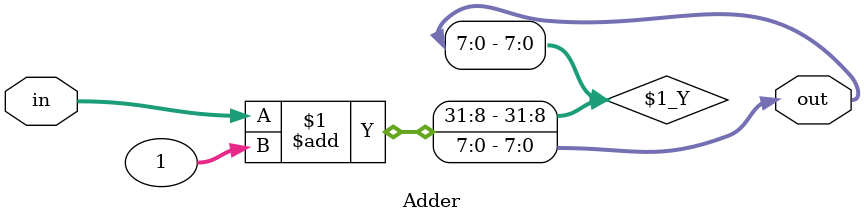
<source format=v>
module Adder (
    input  wire [7:0] in,
    output wire [7:0] out
);

  assign out = in + 1;

endmodule

</source>
